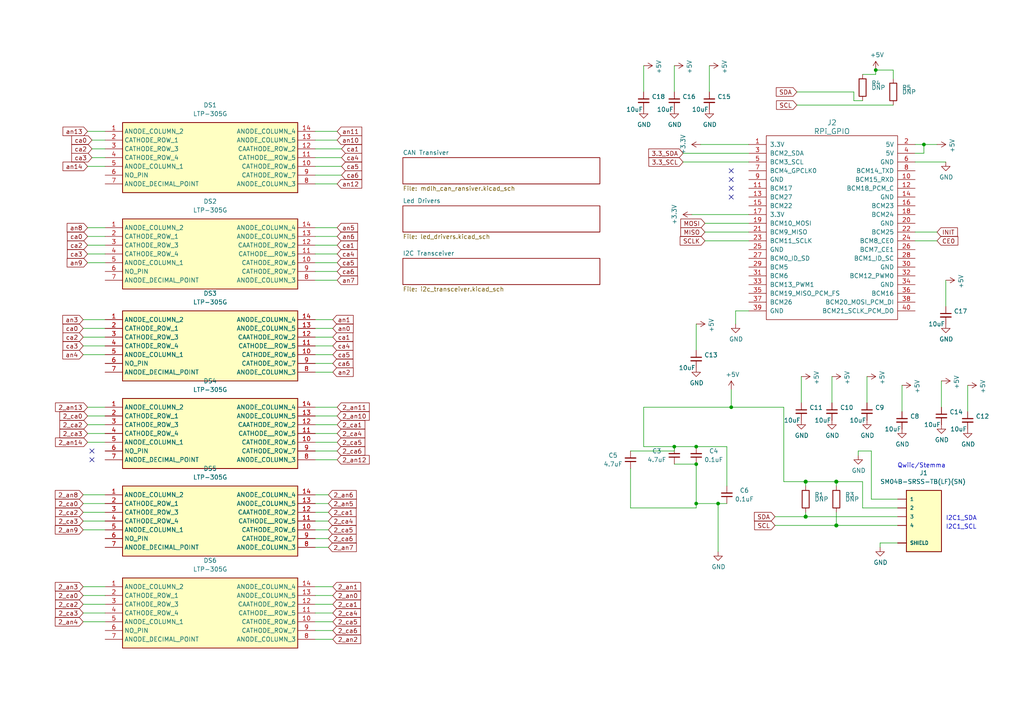
<source format=kicad_sch>
(kicad_sch (version 20230121) (generator eeschema)
  (paper "A4")
  (lib_symbols
    (symbol "Device:C_Small" (pin_numbers hide) (pin_names (offset 0.254) hide)
      (property "Reference" "C" (at 0.254 1.778 0))
      (property "Value" "C_Small" (at 0.254 -2.032 0))
      (symbol "C_Small_0_1"
        (polyline (pts (xy -1.524 -0.508) (xy 1.524 -0.508)) (stroke (width 0.3302)))
        (polyline (pts (xy -1.524 0.508) (xy 1.524 0.508)) (stroke (width 0.3048)))
      )
      (symbol "C_Small_1_1"
        (pin passive line (at 0 2.54 270) (length 2.032) (name "~") (number "1"))
        (pin passive line (at 0 -2.54 90) (length 2.032) (name "~") (number "2"))
      )
    )
    (symbol "Device:R" (pin_numbers hide) (pin_names (offset 0))
      (property "Reference" "R" (at 2.032 0 90))
      (property "Value" "R" (at 0 0 90))
      (symbol "R_0_1"
        (rectangle (start -1.016 -2.54) (end 1.016 2.54) (stroke (width 0.254)))
      )
      (symbol "R_1_1"
        (pin passive line (at 0 3.81 270) (length 1.27) (name "~") (number "1"))
        (pin passive line (at 0 -3.81 90) (length 1.27) (name "~") (number "2"))
      )
    )
    (symbol "LTP-305G:LTP-305G"
      (property "Reference" "DS" (at 57.15 7.62 0))
      (property "Value" "LTP-305G" (at 57.15 5.08 0))
      (symbol "LTP-305G_1_1"
        (rectangle (start 5.08 2.54) (end 55.88 -17.78) (stroke (width 0.254)) (fill (type background)))
        (pin passive line (at 0 0 0) (length 5.08) (name "ANODE_COLUMN_2") (number "1"))
        (pin passive line (at 60.96 -10.16 180) (length 5.08) (name "CATHODE_ROW_6") (number "10"))
        (pin passive line (at 60.96 -7.62 180) (length 5.08) (name "CATHODE__ROW_5") (number "11"))
        (pin passive line (at 60.96 -5.08 180) (length 5.08) (name "CAATHODE_ROW_2") (number "12"))
        (pin passive line (at 60.96 -2.54 180) (length 5.08) (name "ANODE_COLUMN_5") (number "13"))
        (pin passive line (at 60.96 0 180) (length 5.08) (name "ANODE_COLUMN_4") (number "14"))
        (pin passive line (at 0 -2.54 0) (length 5.08) (name "CATHODE_ROW_1") (number "2"))
        (pin passive line (at 0 -5.08 0) (length 5.08) (name "CATHODE_ROW_3") (number "3"))
        (pin passive line (at 0 -7.62 0) (length 5.08) (name "CATHODE_ROW_4") (number "4"))
        (pin passive line (at 0 -10.16 0) (length 5.08) (name "ANODE_COLUMN_1") (number "5"))
        (pin passive line (at 0 -12.7 0) (length 5.08) (name "NO_PIN") (number "6"))
        (pin passive line (at 0 -15.24 0) (length 5.08) (name "ANODE_DECIMAL_POINT") (number "7"))
        (pin passive line (at 60.96 -15.24 180) (length 5.08) (name "ANODE_COLUMN_3") (number "8"))
        (pin passive line (at 60.96 -12.7 180) (length 5.08) (name "CATHODE_ROW_7") (number "9"))
      )
    )
    (symbol "RPi_Hat:RPi_GPIO" (pin_names (offset 1.016))
      (property "Reference" "J" (at 19.05 6.35 0))
      (property "Value" "RPi_GPIO" (at 19.05 3.81 0))
      (symbol "RPi_GPIO_0_1"
        (rectangle (start 0 2.54) (end 38.1 -50.8))
      )
      (symbol "RPi_GPIO_1_1"
        (pin power_in line (at -5.08 0 0) (length 5.08) (name "3.3V") (number "1"))
        (pin bidirectional line (at 43.18 -10.16 180) (length 5.08) (name "BCM15_RXD") (number "10"))
        (pin bidirectional line (at -5.08 -12.7 0) (length 5.08) (name "BCM17") (number "11"))
        (pin bidirectional line (at 43.18 -12.7 180) (length 5.08) (name "BCM18_PCM_C") (number "12"))
        (pin bidirectional line (at -5.08 -15.24 0) (length 5.08) (name "BCM27") (number "13"))
        (pin power_in line (at 43.18 -15.24 180) (length 5.08) (name "GND") (number "14"))
        (pin bidirectional line (at -5.08 -17.78 0) (length 5.08) (name "BCM22") (number "15"))
        (pin bidirectional line (at 43.18 -17.78 180) (length 5.08) (name "BCM23") (number "16"))
        (pin power_in line (at -5.08 -20.32 0) (length 5.08) (name "3.3V") (number "17"))
        (pin bidirectional line (at 43.18 -20.32 180) (length 5.08) (name "BCM24") (number "18"))
        (pin bidirectional line (at -5.08 -22.86 0) (length 5.08) (name "BCM10_MOSI") (number "19"))
        (pin power_in line (at 43.18 0 180) (length 5.08) (name "5V") (number "2"))
        (pin power_in line (at 43.18 -22.86 180) (length 5.08) (name "GND") (number "20"))
        (pin bidirectional line (at -5.08 -25.4 0) (length 5.08) (name "BCM9_MISO") (number "21"))
        (pin bidirectional line (at 43.18 -25.4 180) (length 5.08) (name "BCM25") (number "22"))
        (pin bidirectional line (at -5.08 -27.94 0) (length 5.08) (name "BCM11_SCLK") (number "23"))
        (pin bidirectional line (at 43.18 -27.94 180) (length 5.08) (name "BCM8_CE0") (number "24"))
        (pin power_in line (at -5.08 -30.48 0) (length 5.08) (name "GND") (number "25"))
        (pin bidirectional line (at 43.18 -30.48 180) (length 5.08) (name "BCM7_CE1") (number "26"))
        (pin bidirectional line (at -5.08 -33.02 0) (length 5.08) (name "BCM0_ID_SD") (number "27"))
        (pin bidirectional line (at 43.18 -33.02 180) (length 5.08) (name "BCM1_ID_SC") (number "28"))
        (pin bidirectional line (at -5.08 -35.56 0) (length 5.08) (name "BCM5") (number "29"))
        (pin bidirectional line (at -5.08 -2.54 0) (length 5.08) (name "BCM2_SDA") (number "3"))
        (pin power_in line (at 43.18 -35.56 180) (length 5.08) (name "GND") (number "30"))
        (pin bidirectional line (at -5.08 -38.1 0) (length 5.08) (name "BCM6") (number "31"))
        (pin bidirectional line (at 43.18 -38.1 180) (length 5.08) (name "BCM12_PWM0") (number "32"))
        (pin bidirectional line (at -5.08 -40.64 0) (length 5.08) (name "BCM13_PWM1") (number "33"))
        (pin power_in line (at 43.18 -40.64 180) (length 5.08) (name "GND") (number "34"))
        (pin bidirectional line (at -5.08 -43.18 0) (length 5.08) (name "BCM19_MISO_PCM_FS") (number "35"))
        (pin bidirectional line (at 43.18 -43.18 180) (length 5.08) (name "BCM16") (number "36"))
        (pin bidirectional line (at -5.08 -45.72 0) (length 5.08) (name "BCM26") (number "37"))
        (pin bidirectional line (at 43.18 -45.72 180) (length 5.08) (name "BCM20_MOSI_PCM_DI") (number "38"))
        (pin power_in line (at -5.08 -48.26 0) (length 5.08) (name "GND") (number "39"))
        (pin power_in line (at 43.18 -2.54 180) (length 5.08) (name "5V") (number "4"))
        (pin bidirectional line (at 43.18 -48.26 180) (length 5.08) (name "BCM21_SCLK_PCM_DO") (number "40"))
        (pin bidirectional line (at -5.08 -5.08 0) (length 5.08) (name "BCM3_SCL") (number "5"))
        (pin power_in line (at 43.18 -5.08 180) (length 5.08) (name "GND") (number "6"))
        (pin bidirectional line (at -5.08 -7.62 0) (length 5.08) (name "BCM4_GPCLK0") (number "7"))
        (pin bidirectional line (at 43.18 -7.62 180) (length 5.08) (name "BCM14_TXD") (number "8"))
        (pin power_in line (at -5.08 -10.16 0) (length 5.08) (name "GND") (number "9"))
      )
    )
    (symbol "SM04B-SRSS-TB_LF__SN_:SM04B-SRSS-TB(LF)(SN)" (pin_numbers hide) (pin_names (offset 1.016))
      (property "Reference" "J" (at -5.08 8.1534 0))
      (property "Value" "SM04B-SRSS-TB(LF)(SN)" (at -5.08 -11.9634 0))
      (symbol "SM04B-SRSS-TB(LF)(SN)_0_0"
        (rectangle (start -5.08 -10.16) (end 5.08 7.62) (stroke (width 0.254)) (fill (type background)))
        (pin passive line (at -7.62 5.08 0) (length 2.54) (name "1") (number "1"))
        (pin passive line (at -7.62 2.54 0) (length 2.54) (name "2") (number "2"))
        (pin passive line (at -7.62 0 0) (length 2.54) (name "3") (number "3"))
        (pin passive line (at -7.62 -2.54 0) (length 2.54) (name "4") (number "4"))
        (pin passive line (at -7.62 -7.62 0) (length 2.54) (name "SHIELD") (number "S1"))
        (pin passive line (at -7.62 -7.62 0) (length 2.54) (name "SHIELD") (number "S2"))
      )
    )
    (symbol "power:+3.3V" (power) (pin_names (offset 0))
      (property "Value" "+3.3V" (at 0 3.556 0))
      (symbol "+3.3V_0_1"
        (polyline (pts (xy -0.762 1.27) (xy 0 2.54)))
        (polyline (pts (xy 0 0) (xy 0 2.54)))
        (polyline (pts (xy 0 2.54) (xy 0.762 1.27)))
      )
      (symbol "+3.3V_1_1"
        (pin power_in line (at 0 0 90) (length 0) hide (name "+3.3V") (number "1"))
      )
    )
    (symbol "power:+5V" (power) (pin_names (offset 0))
      (property "Value" "+5V" (at 0 3.556 0))
      (symbol "+5V_0_1"
        (polyline (pts (xy -0.762 1.27) (xy 0 2.54)))
        (polyline (pts (xy 0 0) (xy 0 2.54)))
        (polyline (pts (xy 0 2.54) (xy 0.762 1.27)))
      )
      (symbol "+5V_1_1"
        (pin power_in line (at 0 0 90) (length 0) hide (name "+5V") (number "1"))
      )
    )
    (symbol "power:GND" (power) (pin_names (offset 0))
      (property "Value" "GND" (at 0 -3.81 0))
      (symbol "GND_0_1"
        (polyline (pts (xy 0 0) (xy 0 -1.27) (xy 1.27 -1.27) (xy 0 -2.54) (xy -1.27 -1.27) (xy 0 -1.27)))
      )
      (symbol "GND_1_1"
        (pin power_in line (at 0 0 270) (length 0) hide (name "GND") (number "1"))
      )
    )
  )
  (junction (at 212.09 118.11))
  (junction (at 201.93 134.62))
  (junction (at 242.57 152.4) (diameter 1.016))
  (junction (at 254 20.32))
  (junction (at 195.58 129.54))
  (junction (at 267.97 41.91))
  (junction (at 201.93 129.54))
  (junction (at 233.68 149.86) (diameter 1.016))
  (junction (at 208.28 146.05))
  (junction (at 201.93 146.05))
  (junction (at 233.68 139.7) (diameter 1.016))
  (junction (at 242.57 139.7) (diameter 1.016))
  (no_connect (at 212.09 49.53))
  (no_connect (at 212.09 52.07))
  (no_connect (at 212.09 57.15))
  (no_connect (at 212.09 54.61))
  (no_connect (at 26.67 133.35))
  (no_connect (at 26.67 130.81))
  (wire (pts (xy 208.28 146.05) (xy 201.93 146.05)))
  (wire (pts (xy 26.67 43.18) (xy 30.48 43.18)))
  (wire (pts (xy 24.13 151.13) (xy 30.48 151.13)))
  (wire (pts (xy 91.44 120.65) (xy 97.79 120.65)))
  (wire (pts (xy 91.44 102.87) (xy 96.52 102.87)))
  (wire (pts (xy 265.43 67.31) (xy 271.78 67.31)))
  (wire (pts (xy 224.79 152.4) (xy 242.57 152.4)))
  (wire (pts (xy 91.44 73.66) (xy 97.79 73.66)))
  (wire (pts (xy 91.44 128.27) (xy 97.79 128.27)))
  (wire (pts (xy 265.43 41.91) (xy 267.97 41.91)))
  (wire (pts (xy 91.44 43.18) (xy 99.06 43.18)))
  (wire (pts (xy 274.32 81.28) (xy 274.32 88.9)))
  (wire (pts (xy 24.13 180.34) (xy 30.48 180.34)))
  (wire (pts (xy 205.74 19.05) (xy 205.74 26.67)))
  (wire (pts (xy 227.33 139.7) (xy 233.68 139.7)))
  (wire (pts (xy 91.44 71.12) (xy 97.79 71.12)))
  (wire (pts (xy 224.79 149.86) (xy 233.68 149.86)))
  (wire (pts (xy 25.4 73.66) (xy 30.48 73.66)))
  (wire (pts (xy 242.57 139.7) (xy 242.57 140.97)))
  (wire (pts (xy 91.44 38.1) (xy 97.79 38.1)))
  (wire (pts (xy 233.68 149.86) (xy 260.35 149.86)))
  (wire (pts (xy 210.82 140.97) (xy 210.82 129.54)))
  (wire (pts (xy 242.57 152.4) (xy 260.35 152.4)))
  (wire (pts (xy 233.68 139.7) (xy 233.68 140.97)))
  (wire (pts (xy 198.12 46.99) (xy 217.17 46.99)))
  (wire (pts (xy 208.28 146.05) (xy 208.28 160.02)))
  (wire (pts (xy 25.4 118.11) (xy 30.48 118.11)))
  (wire (pts (xy 26.67 40.64) (xy 30.48 40.64)))
  (wire (pts (xy 201.93 134.62) (xy 201.93 146.05)))
  (wire (pts (xy 91.44 172.72) (xy 96.52 172.72)))
  (wire (pts (xy 247.65 29.21) (xy 247.65 26.67)))
  (wire (pts (xy 195.58 129.54) (xy 201.93 129.54)))
  (wire (pts (xy 265.43 44.45) (xy 267.97 44.45)))
  (wire (pts (xy 186.69 118.11) (xy 212.09 118.11)))
  (wire (pts (xy 254 21.59) (xy 254 20.32)))
  (wire (pts (xy 251.46 109.22) (xy 251.46 116.84)))
  (wire (pts (xy 227.33 118.11) (xy 227.33 139.7)))
  (wire (pts (xy 24.13 170.18) (xy 30.48 170.18)))
  (wire (pts (xy 25.4 38.1) (xy 30.48 38.1)))
  (wire (pts (xy 248.92 130.81) (xy 252.73 130.81)))
  (wire (pts (xy 91.44 153.67) (xy 95.25 153.67)))
  (wire (pts (xy 25.4 48.26) (xy 30.48 48.26)))
  (wire (pts (xy 24.13 148.59) (xy 30.48 148.59)))
  (wire (pts (xy 241.3 109.22) (xy 241.3 116.84)))
  (wire (pts (xy 91.44 177.8) (xy 96.52 177.8)))
  (wire (pts (xy 91.44 146.05) (xy 95.25 146.05)))
  (wire (pts (xy 24.13 97.79) (xy 30.48 97.79)))
  (wire (pts (xy 24.13 153.67) (xy 30.48 153.67)))
  (wire (pts (xy 91.44 92.71) (xy 96.52 92.71)))
  (wire (pts (xy 231.14 30.48) (xy 259.08 30.48)))
  (wire (pts (xy 203.2 41.91) (xy 217.17 41.91)))
  (wire (pts (xy 182.88 147.32) (xy 201.93 147.32)))
  (wire (pts (xy 267.97 41.91) (xy 271.78 41.91)))
  (wire (pts (xy 261.62 111.76) (xy 261.62 119.38)))
  (wire (pts (xy 260.35 147.32) (xy 250.19 147.32)))
  (wire (pts (xy 91.44 182.88) (xy 96.52 182.88)))
  (wire (pts (xy 198.12 44.45) (xy 217.17 44.45)))
  (wire (pts (xy 252.73 130.81) (xy 252.73 144.78)))
  (wire (pts (xy 232.41 109.22) (xy 232.41 116.84)))
  (wire (pts (xy 267.97 44.45) (xy 267.97 41.91)))
  (wire (pts (xy 91.44 180.34) (xy 96.52 180.34)))
  (wire (pts (xy 26.67 45.72) (xy 30.48 45.72)))
  (wire (pts (xy 24.13 177.8) (xy 30.48 177.8)))
  (wire (pts (xy 204.47 64.77) (xy 217.17 64.77)))
  (wire (pts (xy 91.44 170.18) (xy 96.52 170.18)))
  (wire (pts (xy 24.13 95.25) (xy 30.48 95.25)))
  (wire (pts (xy 242.57 148.59) (xy 242.57 152.4)))
  (wire (pts (xy 201.93 147.32) (xy 201.93 146.05)))
  (wire (pts (xy 91.44 105.41) (xy 96.52 105.41)))
  (wire (pts (xy 204.47 67.31) (xy 217.17 67.31)))
  (wire (pts (xy 91.44 151.13) (xy 95.25 151.13)))
  (wire (pts (xy 233.68 139.7) (xy 242.57 139.7)))
  (wire (pts (xy 186.69 19.05) (xy 186.69 26.67)))
  (wire (pts (xy 24.13 146.05) (xy 30.48 146.05)))
  (wire (pts (xy 24.13 92.71) (xy 30.48 92.71)))
  (wire (pts (xy 91.44 100.33) (xy 96.52 100.33)))
  (wire (pts (xy 231.14 26.67) (xy 247.65 26.67)))
  (wire (pts (xy 24.13 102.87) (xy 30.48 102.87)))
  (wire (pts (xy 265.43 69.85) (xy 271.78 69.85)))
  (wire (pts (xy 25.4 120.65) (xy 30.48 120.65)))
  (wire (pts (xy 91.44 48.26) (xy 99.06 48.26)))
  (wire (pts (xy 265.43 46.99) (xy 274.32 46.99)))
  (wire (pts (xy 91.44 158.75) (xy 95.25 158.75)))
  (wire (pts (xy 91.44 50.8) (xy 99.06 50.8)))
  (wire (pts (xy 273.05 110.49) (xy 273.05 118.11)))
  (wire (pts (xy 91.44 156.21) (xy 95.25 156.21)))
  (wire (pts (xy 250.19 147.32) (xy 250.19 139.7)))
  (wire (pts (xy 91.44 68.58) (xy 97.79 68.58)))
  (wire (pts (xy 91.44 175.26) (xy 96.52 175.26)))
  (wire (pts (xy 25.4 71.12) (xy 30.48 71.12)))
  (wire (pts (xy 25.4 123.19) (xy 30.48 123.19)))
  (wire (pts (xy 91.44 76.2) (xy 97.79 76.2)))
  (wire (pts (xy 201.93 129.54) (xy 210.82 129.54)))
  (wire (pts (xy 210.82 146.05) (xy 208.28 146.05)))
  (wire (pts (xy 91.44 66.04) (xy 97.79 66.04)))
  (wire (pts (xy 233.68 148.59) (xy 233.68 149.86)))
  (wire (pts (xy 25.4 66.04) (xy 30.48 66.04)))
  (wire (pts (xy 247.65 29.21) (xy 250.19 29.21)))
  (wire (pts (xy 227.33 118.11) (xy 212.09 118.11)))
  (wire (pts (xy 204.47 69.85) (xy 217.17 69.85)))
  (wire (pts (xy 25.4 125.73) (xy 30.48 125.73)))
  (wire (pts (xy 24.13 100.33) (xy 30.48 100.33)))
  (wire (pts (xy 91.44 45.72) (xy 99.06 45.72)))
  (wire (pts (xy 195.58 134.62) (xy 201.93 134.62)))
  (wire (pts (xy 91.44 143.51) (xy 95.25 143.51)))
  (wire (pts (xy 91.44 125.73) (xy 97.79 125.73)))
  (wire (pts (xy 260.35 157.48) (xy 255.27 157.48)))
  (wire (pts (xy 91.44 123.19) (xy 97.79 123.19)))
  (wire (pts (xy 248.92 132.08) (xy 248.92 130.81)))
  (wire (pts (xy 200.66 62.23) (xy 217.17 62.23)))
  (wire (pts (xy 24.13 175.26) (xy 30.48 175.26)))
  (wire (pts (xy 91.44 78.74) (xy 97.79 78.74)))
  (wire (pts (xy 250.19 21.59) (xy 254 21.59)))
  (wire (pts (xy 252.73 144.78) (xy 260.35 144.78)))
  (wire (pts (xy 24.13 172.72) (xy 30.48 172.72)))
  (wire (pts (xy 91.44 130.81) (xy 97.79 130.81)))
  (wire (pts (xy 186.69 129.54) (xy 195.58 129.54)))
  (wire (pts (xy 259.08 20.32) (xy 259.08 22.86)))
  (wire (pts (xy 91.44 133.35) (xy 97.79 133.35)))
  (wire (pts (xy 25.4 128.27) (xy 30.48 128.27)))
  (wire (pts (xy 91.44 107.95) (xy 96.52 107.95)))
  (wire (pts (xy 91.44 148.59) (xy 95.25 148.59)))
  (wire (pts (xy 25.4 68.58) (xy 30.48 68.58)))
  (wire (pts (xy 182.88 147.32) (xy 182.88 135.89)))
  (wire (pts (xy 280.67 111.76) (xy 280.67 119.38)))
  (wire (pts (xy 255.27 157.48) (xy 255.27 158.75)))
  (wire (pts (xy 25.4 76.2) (xy 30.48 76.2)))
  (wire (pts (xy 201.93 93.98) (xy 201.93 101.6)))
  (wire (pts (xy 182.88 130.81) (xy 195.58 130.81)))
  (wire (pts (xy 91.44 53.34) (xy 97.79 53.34)))
  (wire (pts (xy 24.13 143.51) (xy 30.48 143.51)))
  (wire (pts (xy 91.44 40.64) (xy 97.79 40.64)))
  (wire (pts (xy 213.36 90.17) (xy 213.36 93.98)))
  (wire (pts (xy 91.44 185.42) (xy 96.52 185.42)))
  (wire (pts (xy 186.69 129.54) (xy 186.69 118.11)))
  (wire (pts (xy 91.44 81.28) (xy 97.79 81.28)))
  (wire (pts (xy 254 20.32) (xy 259.08 20.32)))
  (wire (pts (xy 195.58 19.05) (xy 195.58 26.67)))
  (wire (pts (xy 91.44 95.25) (xy 96.52 95.25)))
  (wire (pts (xy 91.44 97.79) (xy 96.52 97.79)))
  (wire (pts (xy 212.09 118.11) (xy 212.09 113.03)))
  (wire (pts (xy 195.58 130.81) (xy 195.58 129.54)))
  (wire (pts (xy 217.17 90.17) (xy 213.36 90.17)))
  (wire (pts (xy 242.57 139.7) (xy 250.19 139.7)))
  (wire (pts (xy 91.44 118.11) (xy 97.79 118.11)))
  (text "I2C1_SDA" (at 274.32 151.13 0) (effects (font (size 1.27 1.27)) (justify left bottom)))
  (text "Qwiic/Stemma" (at 274.32 135.89 0) (effects (font (size 1.27 1.27)) (justify right bottom)))
  (text "I2C1_SCL" (at 274.32 153.67 0) (effects (font (size 1.27 1.27)) (justify left bottom)))
  (global_label "ca0" (shape input) (at 25.4 68.58 180) (property "Intersheetrefs" "${INTERSHEET_REFS}" (effects hide)))
  (global_label "2_an10" (shape input) (at 97.79 120.65 0) (property "Intersheetrefs" "${INTERSHEET_REFS}" (effects hide)))
  (global_label "ca3" (shape input) (at 26.67 45.72 180) (property "Intersheetrefs" "${INTERSHEET_REFS}" (effects hide)))
  (global_label "2_ca4" (shape input) (at 95.25 151.13 0) (property "Intersheetrefs" "${INTERSHEET_REFS}" (effects hide)))
  (global_label "ca1" (shape input) (at 99.06 43.18 0) (property "Intersheetrefs" "${INTERSHEET_REFS}" (effects hide)))
  (global_label "2_ca0" (shape input) (at 24.13 146.05 180) (property "Intersheetrefs" "${INTERSHEET_REFS}" (effects hide)))
  (global_label "ca6" (shape input) (at 97.79 78.74 0) (property "Intersheetrefs" "${INTERSHEET_REFS}" (effects hide)))
  (global_label "2_ca1" (shape input) (at 97.79 123.19 0) (property "Intersheetrefs" "${INTERSHEET_REFS}" (effects hide)))
  (global_label "2_ca1" (shape input) (at 96.52 175.26 0) (property "Intersheetrefs" "${INTERSHEET_REFS}" (effects hide)))
  (global_label "2_ca4" (shape input) (at 96.52 177.8 0) (property "Intersheetrefs" "${INTERSHEET_REFS}" (effects hide)))
  (global_label "ca4" (shape input) (at 96.52 100.33 0) (property "Intersheetrefs" "${INTERSHEET_REFS}" (effects hide)))
  (global_label "an11" (shape input) (at 97.79 38.1 0) (property "Intersheetrefs" "${INTERSHEET_REFS}" (effects hide)))
  (global_label "SCL" (shape input) (at 231.14 30.48 180) (property "Intersheetrefs" "${INTERSHEET_REFS}" (effects hide)))
  (global_label "2_ca3" (shape input) (at 25.4 125.73 180) (property "Intersheetrefs" "${INTERSHEET_REFS}" (effects hide)))
  (global_label "ca4" (shape input) (at 97.79 73.66 0) (property "Intersheetrefs" "${INTERSHEET_REFS}" (effects hide)))
  (global_label "an6" (shape input) (at 97.79 68.58 0) (property "Intersheetrefs" "${INTERSHEET_REFS}" (effects hide)))
  (global_label "ca2" (shape input) (at 25.4 71.12 180) (property "Intersheetrefs" "${INTERSHEET_REFS}" (effects hide)))
  (global_label "an14" (shape input) (at 25.4 48.26 180) (property "Intersheetrefs" "${INTERSHEET_REFS}" (effects hide)))
  (global_label "ca4" (shape input) (at 99.06 45.72 0) (property "Intersheetrefs" "${INTERSHEET_REFS}" (effects hide)))
  (global_label "2_ca2" (shape input) (at 24.13 175.26 180) (property "Intersheetrefs" "${INTERSHEET_REFS}" (effects hide)))
  (global_label "SCL" (shape input) (at 224.79 152.4 180) (property "Intersheetrefs" "${INTERSHEET_REFS}" (effects hide)))
  (global_label "an10" (shape input) (at 97.79 40.64 0) (property "Intersheetrefs" "${INTERSHEET_REFS}" (effects hide)))
  (global_label "2_an3" (shape input) (at 24.13 170.18 180) (property "Intersheetrefs" "${INTERSHEET_REFS}" (effects hide)))
  (global_label "3.3_SCL" (shape input) (at 198.12 46.99 180) (property "Intersheetrefs" "${INTERSHEET_REFS}" (effects hide)))
  (global_label "ca2" (shape input) (at 24.13 97.79 180) (property "Intersheetrefs" "${INTERSHEET_REFS}" (effects hide)))
  (global_label "2_an13" (shape input) (at 25.4 118.11 180) (property "Intersheetrefs" "${INTERSHEET_REFS}" (effects hide)))
  (global_label "2_ca0" (shape input) (at 24.13 172.72 180) (property "Intersheetrefs" "${INTERSHEET_REFS}" (effects hide)))
  (global_label "an4" (shape input) (at 24.13 102.87 180) (property "Intersheetrefs" "${INTERSHEET_REFS}" (effects hide)))
  (global_label "2_an12" (shape input) (at 97.79 133.35 0) (property "Intersheetrefs" "${INTERSHEET_REFS}" (effects hide)))
  (global_label "2_ca4" (shape input) (at 97.79 125.73 0) (property "Intersheetrefs" "${INTERSHEET_REFS}" (effects hide)))
  (global_label "2_ca0" (shape input) (at 25.4 120.65 180) (property "Intersheetrefs" "${INTERSHEET_REFS}" (effects hide)))
  (global_label "ca5" (shape input) (at 99.06 48.26 0) (property "Intersheetrefs" "${INTERSHEET_REFS}" (effects hide)))
  (global_label "3.3_SDA" (shape input) (at 198.12 44.45 180) (property "Intersheetrefs" "${INTERSHEET_REFS}" (effects hide)))
  (global_label "ca6" (shape input) (at 96.52 105.41 0) (property "Intersheetrefs" "${INTERSHEET_REFS}" (effects hide)))
  (global_label "an13" (shape input) (at 25.4 38.1 180) (property "Intersheetrefs" "${INTERSHEET_REFS}" (effects hide)))
  (global_label "2_an14" (shape input) (at 25.4 128.27 180) (property "Intersheetrefs" "${INTERSHEET_REFS}" (effects hide)))
  (global_label "2_ca3" (shape input) (at 24.13 151.13 180) (property "Intersheetrefs" "${INTERSHEET_REFS}" (effects hide)))
  (global_label "2_an2" (shape input) (at 96.52 185.42 0) (property "Intersheetrefs" "${INTERSHEET_REFS}" (effects hide)))
  (global_label "ca5" (shape input) (at 96.52 102.87 0) (property "Intersheetrefs" "${INTERSHEET_REFS}" (effects hide)))
  (global_label "2_an0" (shape input) (at 96.52 172.72 0) (property "Intersheetrefs" "${INTERSHEET_REFS}" (effects hide)))
  (global_label "an8" (shape input) (at 25.4 66.04 180) (property "Intersheetrefs" "${INTERSHEET_REFS}" (effects hide)))
  (global_label "2_ca2" (shape input) (at 25.4 123.19 180) (property "Intersheetrefs" "${INTERSHEET_REFS}" (effects hide)))
  (global_label "ca6" (shape input) (at 99.06 50.8 0) (property "Intersheetrefs" "${INTERSHEET_REFS}" (effects hide)))
  (global_label "2_ca3" (shape input) (at 24.13 177.8 180) (property "Intersheetrefs" "${INTERSHEET_REFS}" (effects hide)))
  (global_label "2_an1" (shape input) (at 96.52 170.18 0) (property "Intersheetrefs" "${INTERSHEET_REFS}" (effects hide)))
  (global_label "2_an11" (shape input) (at 97.79 118.11 0) (property "Intersheetrefs" "${INTERSHEET_REFS}" (effects hide)))
  (global_label "CE0" (shape input) (at 271.78 69.85 0) (property "Intersheetrefs" "${INTERSHEET_REFS}" (effects hide)))
  (global_label "2_an6" (shape input) (at 95.25 143.51 0) (property "Intersheetrefs" "${INTERSHEET_REFS}" (effects hide)))
  (global_label "2_an4" (shape input) (at 24.13 180.34 180) (property "Intersheetrefs" "${INTERSHEET_REFS}" (effects hide)))
  (global_label "an1" (shape input) (at 96.52 92.71 0) (property "Intersheetrefs" "${INTERSHEET_REFS}" (effects hide)))
  (global_label "an7" (shape input) (at 97.79 81.28 0) (property "Intersheetrefs" "${INTERSHEET_REFS}" (effects hide)))
  (global_label "an2" (shape input) (at 96.52 107.95 0) (property "Intersheetrefs" "${INTERSHEET_REFS}" (effects hide)))
  (global_label "2_ca5" (shape input) (at 97.79 128.27 0) (property "Intersheetrefs" "${INTERSHEET_REFS}" (effects hide)))
  (global_label "2_an5" (shape input) (at 95.25 146.05 0) (property "Intersheetrefs" "${INTERSHEET_REFS}" (effects hide)))
  (global_label "ca1" (shape input) (at 97.79 71.12 0) (property "Intersheetrefs" "${INTERSHEET_REFS}" (effects hide)))
  (global_label "SDA" (shape input) (at 231.14 26.67 180) (property "Intersheetrefs" "${INTERSHEET_REFS}" (effects hide)))
  (global_label "2_an9" (shape input) (at 24.13 153.67 180) (property "Intersheetrefs" "${INTERSHEET_REFS}" (effects hide)))
  (global_label "ca5" (shape input) (at 97.79 76.2 0) (property "Intersheetrefs" "${INTERSHEET_REFS}" (effects hide)))
  (global_label "MISO" (shape input) (at 204.47 67.31 180) (property "Intersheetrefs" "${INTERSHEET_REFS}" (effects hide)))
  (global_label "an5" (shape input) (at 97.79 66.04 0) (property "Intersheetrefs" "${INTERSHEET_REFS}" (effects hide)))
  (global_label "an9" (shape input) (at 25.4 76.2 180) (property "Intersheetrefs" "${INTERSHEET_REFS}" (effects hide)))
  (global_label "ca0" (shape input) (at 24.13 95.25 180) (property "Intersheetrefs" "${INTERSHEET_REFS}" (effects hide)))
  (global_label "2_ca6" (shape input) (at 96.52 182.88 0) (property "Intersheetrefs" "${INTERSHEET_REFS}" (effects hide)))
  (global_label "ca2" (shape input) (at 26.67 43.18 180) (property "Intersheetrefs" "${INTERSHEET_REFS}" (effects hide)))
  (global_label "ca0" (shape input) (at 26.67 40.64 180) (property "Intersheetrefs" "${INTERSHEET_REFS}" (effects hide)))
  (global_label "2_ca6" (shape input) (at 95.25 156.21 0) (property "Intersheetrefs" "${INTERSHEET_REFS}" (effects hide)))
  (global_label "ca1" (shape input) (at 96.52 97.79 0) (property "Intersheetrefs" "${INTERSHEET_REFS}" (effects hide)))
  (global_label "INIT" (shape input) (at 271.78 67.31 0) (property "Intersheetrefs" "${INTERSHEET_REFS}" (effects hide)))
  (global_label "ca3" (shape input) (at 25.4 73.66 180) (property "Intersheetrefs" "${INTERSHEET_REFS}" (effects hide)))
  (global_label "an3" (shape input) (at 24.13 92.71 180) (property "Intersheetrefs" "${INTERSHEET_REFS}" (effects hide)))
  (global_label "2_ca5" (shape input) (at 96.52 180.34 0) (property "Intersheetrefs" "${INTERSHEET_REFS}" (effects hide)))
  (global_label "2_ca6" (shape input) (at 97.79 130.81 0) (property "Intersheetrefs" "${INTERSHEET_REFS}" (effects hide)))
  (global_label "ca3" (shape input) (at 24.13 100.33 180) (property "Intersheetrefs" "${INTERSHEET_REFS}" (effects hide)))
  (global_label "MOSI" (shape input) (at 204.47 64.77 180) (property "Intersheetrefs" "${INTERSHEET_REFS}" (effects hide)))
  (global_label "an0" (shape input) (at 96.52 95.25 0) (property "Intersheetrefs" "${INTERSHEET_REFS}" (effects hide)))
  (global_label "2_an8" (shape input) (at 24.13 143.51 180) (property "Intersheetrefs" "${INTERSHEET_REFS}" (effects hide)))
  (global_label "2_an7" (shape input) (at 95.25 158.75 0) (property "Intersheetrefs" "${INTERSHEET_REFS}" (effects hide)))
  (global_label "2_ca2" (shape input) (at 24.13 148.59 180) (property "Intersheetrefs" "${INTERSHEET_REFS}" (effects hide)))
  (global_label "an12" (shape input) (at 97.79 53.34 0) (property "Intersheetrefs" "${INTERSHEET_REFS}" (effects hide)))
  (global_label "SDA" (shape input) (at 224.79 149.86 180) (property "Intersheetrefs" "${INTERSHEET_REFS}" (effects hide)))
  (global_label "SCLK" (shape input) (at 204.47 69.85 180) (property "Intersheetrefs" "${INTERSHEET_REFS}" (effects hide)))
  (global_label "2_ca1" (shape input) (at 95.25 148.59 0) (property "Intersheetrefs" "${INTERSHEET_REFS}" (effects hide)))
  (global_label "2_ca5" (shape input) (at 95.25 153.67 0) (property "Intersheetrefs" "${INTERSHEET_REFS}" (effects hide)))
  (symbol (lib_id "power:+5V") (at 241.3 109.22 270) (unit 1)
    (property "Reference" "#PWR018" (effects hide))
    (property "Value" "+5V" (at 245.6942 109.601 0))
  )
  (symbol (lib_id "power:+5V") (at 271.78 41.91 270) (unit 1)
    (property "Reference" "#PWR010" (effects hide))
    (property "Value" "+5V" (at 276.1742 42.291 0))
  )
  (symbol (lib_id "power:+5V") (at 232.41 109.22 270) (unit 1)
    (property "Reference" "#PWR020" (effects hide))
    (property "Value" "+5V" (at 236.8042 109.601 0))
  )
  (symbol (lib_id "power:+5V") (at 186.69 19.05 270) (unit 1)
    (property "Reference" "#PWR035" (effects hide))
    (property "Value" "+5V" (at 191.0842 19.431 0))
  )
  (symbol (lib_id "Device:R") (at 233.68 144.78 0) (unit 1)
    (property "Reference" "R1" (at 236.22 143.51 0) (effects (justify left)))
    (property "Value" "DNP" (at 236.22 144.78 0) (effects (justify left)))
    (property "Footprint" "Resistor_SMD:R_0603_1608Metric_Pad0.98x0.95mm_HandSolder" (effects hide))
  )
  (symbol (lib_id "power:GND") (at 248.92 132.08 0) (unit 1)
    (property "Reference" "#PWR015" (effects hide))
    (property "Value" "GND" (at 249.047 136.4742 0))
  )
  (symbol (lib_id "power:+5V") (at 280.67 111.76 270) (unit 1)
    (property "Reference" "#PWR022" (effects hide))
    (property "Value" "+5V" (at 285.0642 112.141 0))
  )
  (symbol (lib_id "Device:R") (at 250.19 25.4 0) (unit 1)
    (property "Reference" "R4" (at 252.73 24.13 0) (effects (justify left)))
    (property "Value" "DNP" (at 252.73 25.4 0) (effects (justify left)))
    (property "Footprint" "Resistor_SMD:R_0603_1608Metric_Pad0.98x0.95mm_HandSolder" (effects hide))
  )
  (symbol (lib_id "power:+5V") (at 261.62 111.76 270) (unit 1)
    (property "Reference" "#PWR013" (effects hide))
    (property "Value" "+5V" (at 266.0142 112.141 0))
  )
  (symbol (lib_id "power:GND") (at 274.32 93.98 0) (unit 1)
    (property "Reference" "#PWR034" (effects hide))
    (property "Value" "GND" (at 274.447 98.3742 0))
  )
  (symbol (lib_id "power:+5V") (at 251.46 109.22 270) (unit 1)
    (property "Reference" "#PWR016" (effects hide))
    (property "Value" "+5V" (at 255.8542 109.601 0))
  )
  (symbol (lib_id "power:GND") (at 273.05 123.19 0) (unit 1)
    (property "Reference" "#PWR028" (effects hide))
    (property "Value" "GND" (at 273.177 127.5842 0))
  )
  (symbol (lib_id "Device:C_Small") (at 273.05 120.65 0) (unit 1)
    (property "Reference" "C14" (at 275.3868 119.4816 0) (effects (justify left)))
    (property "Value" "10uF" (at 267.97 123.19 0) (effects (justify left)))
    (property "Footprint" "Capacitor_SMD:C_0603_1608Metric" (effects hide))
  )
  (symbol (lib_id "LTP-305G:LTP-305G") (at 30.48 170.18 0) (unit 1)
    (property "Reference" "DS6" (at 60.96 162.56 0))
    (property "Value" "LTP-305G" (at 60.96 165.1 0))
    (property "Footprint" "LTP-305G:DIPS762W50P254L1850H400Q14N" (effects hide))
    (property "Datasheet" "https://media.digikey.com/pdf/Data%20Sheets/Lite-On%20PDFs/LTP-305G.pdf" (effects hide))
    (property "Height" "4" (effects hide))
    (property "Manufacturer_Name" "Lite-On" (effects hide))
    (property "Manufacturer_Part_Number" "LTP-305G" (effects hide))
    (property "Mouser Part Number" "859-LTP-305G" (effects hide))
    (property "Mouser Price/Stock" "https://www.mouser.co.uk/ProductDetail/Lite-On/LTP-305G?qs=gnaPJ2cis70tTyscg55DVQ%3D%3D" (effects hide))
    (property "Arrow Part Number" "LTP-305G" (effects hide))
    (property "Arrow Price/Stock" "https://www.arrow.com/en/products/ltp-305g/lite-on-technology?region=nac" (effects hide))
  )
  (symbol (lib_id "power:GND") (at 232.41 121.92 0) (unit 1)
    (property "Reference" "#PWR021" (effects hide))
    (property "Value" "GND" (at 232.537 126.3142 0))
  )
  (symbol (lib_id "SM04B-SRSS-TB_LF__SN_:SM04B-SRSS-TB(LF)(SN)") (at 267.97 149.86 0) (unit 1)
    (property "Reference" "J1" (at 266.7 137.16 0) (effects (justify left)))
    (property "Value" "SM04B-SRSS-TB(LF)(SN)" (at 255.27 139.7 0) (effects (justify left)))
    (property "Footprint" "LTP-305G:JST_SM04B-SRSS-TB(LF)(SN)" (effects hide))
    (property "STANDARD" "Manufacturer recommendations" (effects hide))
    (property "Manufacturer" "JST Sales America Inc." (effects hide))
    (property "MPN" "SM04B-SRSS-TB(LF)(SN)" (effects hide))
    (property "Digi-Key_PN" "455-1804-1-ND" (effects hide))
  )
  (symbol (lib_id "Device:C_Small") (at 186.69 29.21 0) (unit 1)
    (property "Reference" "C18" (at 189.0268 28.0416 0) (effects (justify left)))
    (property "Value" "10uF" (at 181.61 31.75 0) (effects (justify left)))
    (property "Footprint" "Capacitor_SMD:C_0603_1608Metric" (effects hide))
  )
  (symbol (lib_id "power:GND") (at 213.36 93.98 0) (unit 1)
    (property "Reference" "#PWR011" (effects hide))
    (property "Value" "GND" (at 213.487 98.3742 0))
  )
  (symbol (lib_id "power:+5V") (at 195.58 19.05 270) (unit 1)
    (property "Reference" "#PWR031" (effects hide))
    (property "Value" "+5V" (at 199.9742 19.431 0))
  )
  (symbol (lib_id "Device:C_Small") (at 201.93 132.08 180) (unit 1)
    (property "Reference" "C4" (at 207.01 130.81 0))
    (property "Value" "0.1uF" (at 207.01 133.35 0))
    (property "Footprint" "Capacitor_SMD:C_0603_1608Metric" (effects hide))
  )
  (symbol (lib_id "Device:C_Small") (at 210.82 143.51 180) (unit 1)
    (property "Reference" "C6" (at 215.9 142.24 0))
    (property "Value" "0.1uF" (at 215.9 144.78 0))
    (property "Footprint" "Capacitor_SMD:C_0603_1608Metric" (effects hide))
  )
  (symbol (lib_id "power:GND") (at 280.67 124.46 0) (unit 1)
    (property "Reference" "#PWR023" (effects hide))
    (property "Value" "GND" (at 280.797 128.8542 0))
  )
  (symbol (lib_id "power:+5V") (at 254 20.32 0) (unit 1)
    (property "Reference" "#PWR037" (effects hide))
    (property "Value" "+5V" (at 254.381 15.9258 0))
  )
  (symbol (lib_id "LTP-305G:LTP-305G") (at 30.48 118.11 0) (unit 1)
    (property "Reference" "DS4" (at 60.96 110.49 0))
    (property "Value" "LTP-305G" (at 60.96 113.03 0))
    (property "Footprint" "LTP-305G:DIPS762W50P254L1850H400Q14N" (effects hide))
    (property "Datasheet" "https://media.digikey.com/pdf/Data%20Sheets/Lite-On%20PDFs/LTP-305G.pdf" (effects hide))
    (property "Height" "4" (effects hide))
    (property "Manufacturer_Name" "Lite-On" (effects hide))
    (property "Manufacturer_Part_Number" "LTP-305G" (effects hide))
    (property "Mouser Part Number" "859-LTP-305G" (effects hide))
    (property "Mouser Price/Stock" "https://www.mouser.co.uk/ProductDetail/Lite-On/LTP-305G?qs=gnaPJ2cis70tTyscg55DVQ%3D%3D" (effects hide))
    (property "Arrow Part Number" "LTP-305G" (effects hide))
    (property "Arrow Price/Stock" "https://www.arrow.com/en/products/ltp-305g/lite-on-technology?region=nac" (effects hide))
  )
  (symbol (lib_id "power:+5V") (at 273.05 110.49 270) (unit 1)
    (property "Reference" "#PWR027" (effects hide))
    (property "Value" "+5V" (at 277.4442 110.871 0))
  )
  (symbol (lib_id "power:+3.3V") (at 200.66 62.23 90) (unit 1)
    (property "Reference" "#PWR058" (effects hide))
    (property "Value" "+3.3V" (at 195.58 62.23 0))
  )
  (symbol (lib_id "Device:C_Small") (at 205.74 29.21 0) (unit 1)
    (property "Reference" "C15" (at 208.0768 28.0416 0) (effects (justify left)))
    (property "Value" "10uF" (at 200.66 31.75 0) (effects (justify left)))
    (property "Footprint" "Capacitor_SMD:C_0603_1608Metric" (effects hide))
  )
  (symbol (lib_id "power:+5V") (at 201.93 93.98 270) (unit 1)
    (property "Reference" "#PWR024" (effects hide))
    (property "Value" "+5V" (at 206.3242 94.361 0))
  )
  (symbol (lib_id "power:GND") (at 195.58 31.75 0) (unit 1)
    (property "Reference" "#PWR032" (effects hide))
    (property "Value" "GND" (at 195.707 36.1442 0))
  )
  (symbol (lib_id "Device:C_Small") (at 261.62 121.92 0) (unit 1)
    (property "Reference" "C8" (at 263.9568 120.7516 0) (effects (justify left)))
    (property "Value" "10uF" (at 256.54 124.46 0) (effects (justify left)))
    (property "Footprint" "Capacitor_SMD:C_0603_1608Metric" (effects hide))
  )
  (symbol (lib_id "LTP-305G:LTP-305G") (at 30.48 66.04 0) (unit 1)
    (property "Reference" "DS2" (at 60.96 58.42 0))
    (property "Value" "LTP-305G" (at 60.96 60.96 0))
    (property "Footprint" "LTP-305G:DIPS762W50P254L1850H400Q14N" (effects hide))
    (property "Datasheet" "https://media.digikey.com/pdf/Data%20Sheets/Lite-On%20PDFs/LTP-305G.pdf" (effects hide))
    (property "Height" "4" (effects hide))
    (property "Manufacturer_Name" "Lite-On" (effects hide))
    (property "Manufacturer_Part_Number" "LTP-305G" (effects hide))
    (property "Mouser Part Number" "859-LTP-305G" (effects hide))
    (property "Mouser Price/Stock" "https://www.mouser.co.uk/ProductDetail/Lite-On/LTP-305G?qs=gnaPJ2cis70tTyscg55DVQ%3D%3D" (effects hide))
    (property "Arrow Part Number" "LTP-305G" (effects hide))
    (property "Arrow Price/Stock" "https://www.arrow.com/en/products/ltp-305g/lite-on-technology?region=nac" (effects hide))
  )
  (symbol (lib_id "power:GND") (at 208.28 160.02 0) (unit 1)
    (property "Reference" "#PWR09" (effects hide))
    (property "Value" "GND" (at 208.407 164.4142 0))
  )
  (symbol (lib_id "RPi_Hat:RPi_GPIO") (at 222.25 41.91 0) (unit 1)
    (property "Reference" "J2" (at 241.3 35.56 0) (effects (font (size 1.524 1.524))))
    (property "Value" "RPi_GPIO" (at 241.3 38.1 0) (effects (font (size 1.524 1.524))))
    (property "Footprint" "LTP-305G:Pin_Header_Straight_2x20" (effects hide))
  )
  (symbol (lib_id "Device:C_Small") (at 280.67 121.92 0) (unit 1)
    (property "Reference" "C12" (at 283.0068 120.7516 0) (effects (justify left)))
    (property "Value" "10uF" (at 275.59 124.46 0) (effects (justify left)))
    (property "Footprint" "Capacitor_SMD:C_0603_1608Metric" (effects hide))
  )
  (symbol (lib_id "power:+5V") (at 205.74 19.05 270) (unit 1)
    (property "Reference" "#PWR029" (effects hide))
    (property "Value" "+5V" (at 210.1342 19.431 0))
  )
  (symbol (lib_id "power:GND") (at 255.27 158.75 0) (unit 1)
    (property "Reference" "#PWR026" (effects hide))
    (property "Value" "GND" (at 255.397 163.1442 0))
  )
  (symbol (lib_id "power:+5V") (at 274.32 81.28 270) (unit 1)
    (property "Reference" "#PWR033" (effects hide))
    (property "Value" "+5V" (at 278.7142 81.661 0))
  )
  (symbol (lib_id "LTP-305G:LTP-305G") (at 30.48 92.71 0) (unit 1)
    (property "Reference" "DS3" (at 60.96 85.09 0))
    (property "Value" "LTP-305G" (at 60.96 87.63 0))
    (property "Footprint" "LTP-305G:DIPS762W50P254L1850H400Q14N" (effects hide))
    (property "Datasheet" "https://media.digikey.com/pdf/Data%20Sheets/Lite-On%20PDFs/LTP-305G.pdf" (effects hide))
    (property "Height" "4" (effects hide))
    (property "Manufacturer_Name" "Lite-On" (effects hide))
    (property "Manufacturer_Part_Number" "LTP-305G" (effects hide))
    (property "Mouser Part Number" "859-LTP-305G" (effects hide))
    (property "Mouser Price/Stock" "https://www.mouser.co.uk/ProductDetail/Lite-On/LTP-305G?qs=gnaPJ2cis70tTyscg55DVQ%3D%3D" (effects hide))
    (property "Arrow Part Number" "LTP-305G" (effects hide))
    (property "Arrow Price/Stock" "https://www.arrow.com/en/products/ltp-305g/lite-on-technology?region=nac" (effects hide))
  )
  (symbol (lib_id "Device:R") (at 242.57 144.78 0) (unit 1)
    (property "Reference" "R3" (at 245.11 143.51 0) (effects (justify left)))
    (property "Value" "DNP" (at 245.11 144.78 0) (effects (justify left)))
    (property "Footprint" "Resistor_SMD:R_0603_1608Metric_Pad0.98x0.95mm_HandSolder" (effects hide))
  )
  (symbol (lib_id "power:GND") (at 186.69 31.75 0) (unit 1)
    (property "Reference" "#PWR036" (effects hide))
    (property "Value" "GND" (at 186.817 36.1442 0))
  )
  (symbol (lib_id "Device:C_Small") (at 232.41 119.38 0) (unit 1)
    (property "Reference" "C11" (at 234.7468 118.2116 0) (effects (justify left)))
    (property "Value" "10uF" (at 227.33 121.92 0) (effects (justify left)))
    (property "Footprint" "Capacitor_SMD:C_0603_1608Metric" (effects hide))
  )
  (symbol (lib_id "Device:C_Small") (at 195.58 132.08 180) (unit 1)
    (property "Reference" "C3" (at 190.5 130.81 0))
    (property "Value" "4.7uF" (at 190.5 133.35 0))
    (property "Footprint" "Capacitor_SMD:C_0603_1608Metric" (effects hide))
  )
  (symbol (lib_id "power:GND") (at 261.62 124.46 0) (unit 1)
    (property "Reference" "#PWR014" (effects hide))
    (property "Value" "GND" (at 261.747 128.8542 0))
  )
  (symbol (lib_id "power:GND") (at 205.74 31.75 0) (unit 1)
    (property "Reference" "#PWR030" (effects hide))
    (property "Value" "GND" (at 205.867 36.1442 0))
  )
  (symbol (lib_id "power:+5V") (at 212.09 113.03 0) (unit 1)
    (property "Reference" "#PWR08" (effects hide))
    (property "Value" "+5V" (at 212.471 108.6358 0))
  )
  (symbol (lib_id "power:GND") (at 241.3 121.92 0) (unit 1)
    (property "Reference" "#PWR019" (effects hide))
    (property "Value" "GND" (at 241.427 126.3142 0))
  )
  (symbol (lib_id "Device:C_Small") (at 195.58 29.21 0) (unit 1)
    (property "Reference" "C16" (at 197.9168 28.0416 0) (effects (justify left)))
    (property "Value" "10uF" (at 190.5 31.75 0) (effects (justify left)))
    (property "Footprint" "Capacitor_SMD:C_0603_1608Metric" (effects hide))
  )
  (symbol (lib_id "power:GND") (at 274.32 46.99 0) (unit 1)
    (property "Reference" "#PWR07" (effects hide))
    (property "Value" "GND" (at 274.447 51.3842 0))
  )
  (symbol (lib_id "Device:R") (at 259.08 26.67 0) (unit 1)
    (property "Reference" "R5" (at 261.62 25.4 0) (effects (justify left)))
    (property "Value" "DNP" (at 261.62 26.67 0) (effects (justify left)))
    (property "Footprint" "Resistor_SMD:R_0603_1608Metric_Pad0.98x0.95mm_HandSolder" (effects hide))
  )
  (symbol (lib_id "power:+3.3V") (at 203.2 41.91 90) (unit 1)
    (property "Reference" "#PWR059" (effects hide))
    (property "Value" "+3.3V" (at 198.12 41.91 0))
  )
  (symbol (lib_id "Device:C_Small") (at 201.93 104.14 0) (unit 1)
    (property "Reference" "C13" (at 204.2668 102.9716 0) (effects (justify left)))
    (property "Value" "10uF" (at 196.85 106.68 0) (effects (justify left)))
    (property "Footprint" "Capacitor_SMD:C_0603_1608Metric" (effects hide))
  )
  (symbol (lib_id "LTP-305G:LTP-305G") (at 30.48 38.1 0) (unit 1)
    (property "Reference" "DS1" (at 60.96 30.48 0))
    (property "Value" "LTP-305G" (at 60.96 33.02 0))
    (property "Footprint" "LTP-305G:DIPS762W50P254L1850H400Q14N" (effects hide))
    (property "Datasheet" "https://media.digikey.com/pdf/Data%20Sheets/Lite-On%20PDFs/LTP-305G.pdf" (effects hide))
    (property "Height" "4" (effects hide))
    (property "Manufacturer_Name" "Lite-On" (effects hide))
    (property "Manufacturer_Part_Number" "LTP-305G" (effects hide))
    (property "Mouser Part Number" "859-LTP-305G" (effects hide))
    (property "Mouser Price/Stock" "https://www.mouser.co.uk/ProductDetail/Lite-On/LTP-305G?qs=gnaPJ2cis70tTyscg55DVQ%3D%3D" (effects hide))
    (property "Arrow Part Number" "LTP-305G" (effects hide))
    (property "Arrow Price/Stock" "https://www.arrow.com/en/products/ltp-305g/lite-on-technology?region=nac" (effects hide))
  )
  (symbol (lib_id "Device:C_Small") (at 182.88 133.35 180) (unit 1)
    (property "Reference" "C5" (at 177.8 132.08 0))
    (property "Value" "4.7uF" (at 177.8 134.62 0))
    (property "Footprint" "Capacitor_SMD:C_0603_1608Metric" (effects hide))
  )
  (symbol (lib_id "Device:C_Small") (at 241.3 119.38 0) (unit 1)
    (property "Reference" "C10" (at 243.6368 118.2116 0) (effects (justify left)))
    (property "Value" "10uF" (at 236.22 121.92 0) (effects (justify left)))
    (property "Footprint" "Capacitor_SMD:C_0603_1608Metric" (effects hide))
  )
  (symbol (lib_id "LTP-305G:LTP-305G") (at 30.48 143.51 0) (unit 1)
    (property "Reference" "DS5" (at 60.96 135.89 0))
    (property "Value" "LTP-305G" (at 60.96 138.43 0))
    (property "Footprint" "LTP-305G:DIPS762W50P254L1850H400Q14N" (effects hide))
    (property "Datasheet" "https://media.digikey.com/pdf/Data%20Sheets/Lite-On%20PDFs/LTP-305G.pdf" (effects hide))
    (property "Height" "4" (effects hide))
    (property "Manufacturer_Name" "Lite-On" (effects hide))
    (property "Manufacturer_Part_Number" "LTP-305G" (effects hide))
    (property "Mouser Part Number" "859-LTP-305G" (effects hide))
    (property "Mouser Price/Stock" "https://www.mouser.co.uk/ProductDetail/Lite-On/LTP-305G?qs=gnaPJ2cis70tTyscg55DVQ%3D%3D" (effects hide))
    (property "Arrow Part Number" "LTP-305G" (effects hide))
    (property "Arrow Price/Stock" "https://www.arrow.com/en/products/ltp-305g/lite-on-technology?region=nac" (effects hide))
  )
  (symbol (lib_id "power:GND") (at 251.46 121.92 0) (unit 1)
    (property "Reference" "#PWR017" (effects hide))
    (property "Value" "GND" (at 251.587 126.3142 0))
  )
  (symbol (lib_id "Device:C_Small") (at 274.32 91.44 0) (unit 1)
    (property "Reference" "C17" (at 276.6568 90.2716 0) (effects (justify left)))
    (property "Value" "10uF" (at 269.24 93.98 0) (effects (justify left)))
    (property "Footprint" "Capacitor_SMD:C_0603_1608Metric" (effects hide))
  )
  (symbol (lib_id "Device:C_Small") (at 251.46 119.38 0) (unit 1)
    (property "Reference" "C9" (at 253.7968 118.2116 0) (effects (justify left)))
    (property "Value" "10uF" (at 246.38 121.92 0) (effects (justify left)))
    (property "Footprint" "Capacitor_SMD:C_0603_1608Metric" (effects hide))
  )
  (symbol (lib_id "power:GND") (at 201.93 106.68 0) (unit 1)
    (property "Reference" "#PWR025" (effects hide))
    (property "Value" "GND" (at 202.057 111.0742 0))
  )
  (sheet (at 116.84 74.93) (size 57.15 7.62) (stroke (width 0.1524))
    (property "Sheetname" "I2C Transceiver" (at 116.84 74.2184 0) (effects (justify left bottom)))
    (property "Sheetfile" "i2c_transceiver.kicad_sch" (at 116.84 83.1346 0) (effects (justify left top)))
  )
  (sheet (at 116.84 59.69) (size 57.15 7.62) (stroke (width 0.1524))
    (property "Sheetname" "Led Drivers" (at 116.84 58.9784 0) (effects (justify left bottom)))
    (property "Sheetfile" "led_drivers.kicad_sch" (at 116.84 67.8946 0) (effects (justify left top)))
  )
  (sheet (at 116.84 45.72) (size 57.15 7.62) (stroke (width 0.1524))
    (property "Sheetname" "CAN Transiver" (at 116.84 45.0084 0) (effects (justify left bottom)))
    (property "Sheetfile" "mdlh_can_ransiver.kicad_sch" (at 116.84 53.9246 0) (effects (justify left top)))
  )
)
</source>
